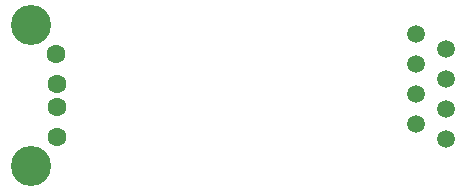
<source format=gbr>
%TF.GenerationSoftware,KiCad,Pcbnew,(6.0.4)*%
%TF.CreationDate,2023-01-25T09:54:28+09:00*%
%TF.ProjectId,naraetracker-usb-convertor,6e617261-6574-4726-9163-6b65722d7573,rev?*%
%TF.SameCoordinates,Original*%
%TF.FileFunction,Paste,Bot*%
%TF.FilePolarity,Positive*%
%FSLAX46Y46*%
G04 Gerber Fmt 4.6, Leading zero omitted, Abs format (unit mm)*
G04 Created by KiCad (PCBNEW (6.0.4)) date 2023-01-25 09:54:28*
%MOMM*%
%LPD*%
G01*
G04 APERTURE LIST*
%ADD10C,1.520000*%
%ADD11C,1.600000*%
%ADD12C,3.400000*%
G04 APERTURE END LIST*
D10*
%TO.C,RJ1*%
X140462000Y-92578000D03*
X137922000Y-91308000D03*
X140462000Y-90038000D03*
X137922000Y-88768000D03*
X140462000Y-87508000D03*
X137922000Y-86238000D03*
X140462000Y-84958000D03*
X137922000Y-83698000D03*
%TD*%
D11*
%TO.C,USB1*%
X107541000Y-92400000D03*
X107541000Y-89900000D03*
X107541000Y-87900000D03*
X107521000Y-85400000D03*
D12*
X105381000Y-94900000D03*
X105381000Y-82900000D03*
%TD*%
M02*

</source>
